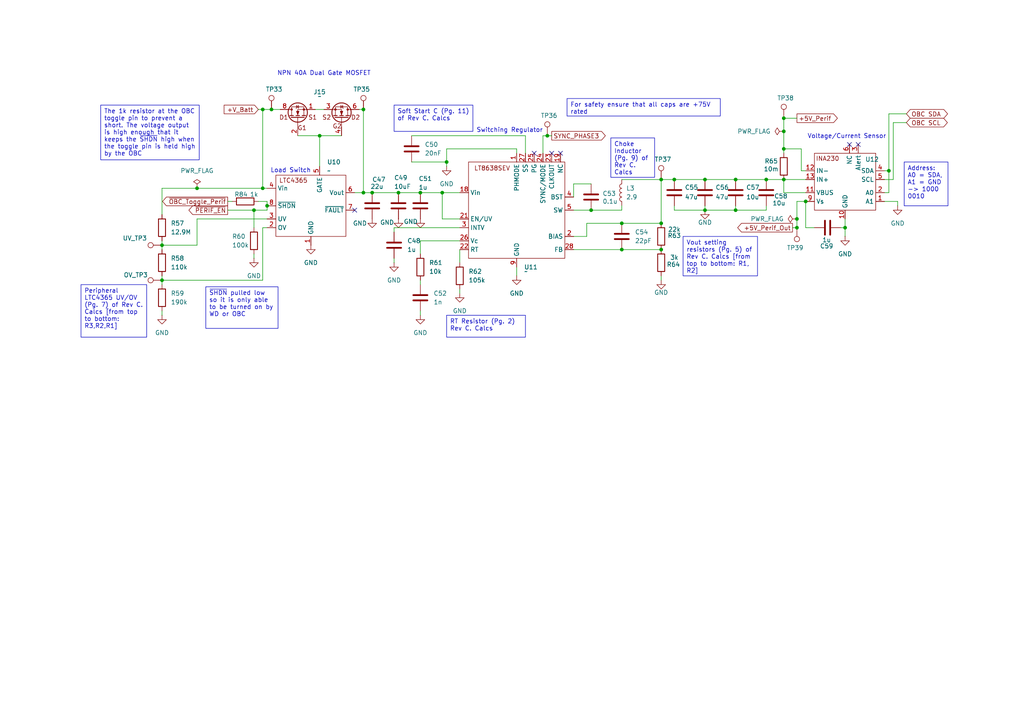
<source format=kicad_sch>
(kicad_sch (version 20250114) (generator "eeschema") (generator_version "9.0")
  (paper "A4")
  (lib_symbols
    (symbol "Connector:TestPoint" (pin_numbers (hide yes)) (pin_names (offset 0.762) (hide yes))
      (property "Reference" "TP" (at 0 6.858 0))
      (property "Value" "TestPoint" (at 0 5.08 0))
      (symbol "TestPoint_0_1"
        (circle (center 0 3.302) (radius 0.762))
      )
      (symbol "TestPoint_1_1"
        (pin passive line (at 0 0 90) (length 2.54) (name "1") (number "1"))
      )
    )
    (symbol "Device:C" (pin_numbers (hide yes)) (pin_names (offset 0.254))
      (property "Reference" "C" (at 0.635 2.54 0))
      (property "Value" "C" (at 0.635 -2.54 0))
      (symbol "C_0_1"
        (polyline (pts (xy -2.032 0.762) (xy 2.032 0.762)) (stroke (width 0.508)))
        (polyline (pts (xy -2.032 -0.762) (xy 2.032 -0.762)) (stroke (width 0.508)))
      )
      (symbol "C_1_1"
        (pin passive line (at 0 3.81 270) (length 2.794) (name "~") (number "1"))
        (pin passive line (at 0 -3.81 90) (length 2.794) (name "~") (number "2"))
      )
    )
    (symbol "Device:L" (pin_numbers (hide yes)) (pin_names (offset 1.016) (hide yes))
      (property "Reference" "L" (at -1.27 0 90))
      (property "Value" "L" (at 1.905 0 90))
      (symbol "L_0_1"
        (arc (start 0 2.54) (mid 0.6323 1.905) (end 0 1.27))
        (arc (start 0 1.27) (mid 0.6323 0.635) (end 0 0))
        (arc (start 0 0) (mid 0.6323 -0.635) (end 0 -1.27))
        (arc (start 0 -1.27) (mid 0.6323 -1.905) (end 0 -2.54))
      )
      (symbol "L_1_1"
        (pin passive line (at 0 3.81 270) (length 1.27) (name "1") (number "1"))
        (pin passive line (at 0 -3.81 90) (length 1.27) (name "2") (number "2"))
      )
    )
    (symbol "Device:R" (pin_numbers (hide yes)) (pin_names (offset 0))
      (property "Reference" "R" (at 2.032 0 90))
      (property "Value" "R" (at 0 0 90))
      (symbol "R_0_1"
        (rectangle (start -1.016 -2.54) (end 1.016 2.54) (stroke (width 0.254)))
      )
      (symbol "R_1_1"
        (pin passive line (at 0 3.81 270) (length 1.27) (name "~") (number "1"))
        (pin passive line (at 0 -3.81 90) (length 1.27) (name "~") (number "2"))
      )
    )
    (symbol "INA230:INA230 [RGT PACKAGE]"
      (property "Reference" "U" (at 7.62 7.62 0))
      (property "Value" "INA230" (at 0 0 0))
      (symbol "INA230 [RGT PACKAGE]_0_1"
        (rectangle (start -8.89 8.89) (end 8.89 -7.62))
      )
      (symbol "INA230 [RGT PACKAGE]_1_1"
        (text "INA230" (at -5.08 7.366 0) (effects (font (size 1.27 1.27))))
        (pin input line (at -11.43 3.81 0) (length 2.54) (name "IN-") (number "12"))
        (pin input line (at -11.43 1.27 0) (length 2.54) (name "IN+") (number "13"))
        (pin input line (at -11.43 -2.54 0) (length 2.54) (name "VBUS") (number "11"))
        (pin power_in line (at -11.43 -5.08 0) (length 2.54) (name "Vs") (number "9"))
        (pin power_in line (at 0 -10.16 90) (length 2.54) (name "GND") (number "10"))
        (pin passive line (at 1.27 11.43 270) (length 2.54) (name "NC") (number "6"))
        (pin output line (at 3.81 11.43 270) (length 2.54) (name "Alert") (number "3"))
        (pin bidirectional line (at 11.43 3.81 180) (length 2.54) (name "SDA") (number "4"))
        (pin bidirectional line (at 11.43 1.27 180) (length 2.54) (name "SCL") (number "5"))
        (pin input line (at 11.43 -2.54 180) (length 2.54) (name "A0") (number "2"))
        (pin input line (at 11.43 -5.08 180) (length 2.54) (name "A1") (number "1"))
      )
    )
    (symbol "LT8638SEV#PBF:LT863SEV#PBF"
      (property "Reference" "U" (at 12.954 -2.286 0))
      (symbol "LT863SEV#PBF_0_1"
        (rectangle (start -13.97 15.24) (end 13.97 -12.7))
      )
      (symbol "LT863SEV#PBF_1_1"
        (text "LT8638SEV\n" (at -7.112 13.462 0) (effects (font (size 1.27 1.27))))
        (pin power_in line (at -16.51 6.35 0) (length 2.54) (name "Vin") (number "18"))
        (pin input line (at -16.51 -1.27 0) (length 2.54) (name "EN/UV") (number "21"))
        (pin input line (at -16.51 -3.81 0) (length 2.54) (name "INTV") (number "3"))
        (pin input line (at -16.51 -7.62 0) (length 2.54) (name "Vc") (number "26"))
        (pin passive line (at -16.51 -10.16 0) (length 2.54) (name "RT") (number "22"))
        (pin passive line (at 0 17.78 270) (length 2.54) (name "PHMODE") (number "1"))
        (pin power_in line (at 0 -15.24 90) (length 2.54) (name "GND") (number "9"))
        (pin passive line (at 2.54 17.78 270) (length 2.54) (name "SS") (number "27"))
        (pin passive line (at 5.08 17.78 270) (length 2.54) (name "PG") (number "25"))
        (pin passive line (at 7.62 17.78 270) (length 2.54) (name "SYNC/MODE") (number "24"))
        (pin passive line (at 10.16 17.78 270) (length 2.54) (name "CLKOUT") (number "23"))
        (pin passive line (at 12.7 17.78 270) (length 2.54) (name "NC") (number "19"))
        (pin power_out line (at 16.51 5.08 180) (length 2.54) (name "BST") (number "4"))
        (pin power_out line (at 16.51 1.27 180) (length 2.54) (name "SW") (number "5"))
        (pin power_out line (at 16.51 -6.35 180) (length 2.54) (name "BIAS") (number "2"))
        (pin power_out line (at 16.51 -10.16 180) (length 2.54) (name "FB") (number "28"))
      )
    )
    (symbol "LTC4365:LTC4365"
      (property "Reference" "U" (at 7.874 -7.874 0))
      (symbol "LTC4365_0_1"
        (rectangle (start -11.43 8.89) (end 8.89 -8.89))
      )
      (symbol "LTC4365_1_1"
        (text "LTC4365\n" (at -6.35 7.366 0) (effects (font (size 1.27 1.27))))
        (pin power_in line (at -13.97 5.08 0) (length 2.54) (name "Vin") (number "4"))
        (pin passive line (at -13.97 0 0) (length 2.54) (name "~{SHDN}") (number "8"))
        (pin input line (at -13.97 -3.81 0) (length 2.54) (name "UV") (number "3"))
        (pin input line (at -13.97 -6.35 0) (length 2.54) (name "OV") (number "2"))
        (pin power_in line (at -1.27 -11.43 90) (length 2.54) (name "GND") (number "1"))
        (pin output line (at 1.27 11.43 270) (length 2.54) (name "GATE") (number "5"))
        (pin power_out line (at 11.43 3.81 180) (length 2.54) (name "Vout") (number "6"))
        (pin output line (at 11.43 -1.27 180) (length 2.54) (name "~{FAULT}") (number "7"))
      )
    )
    (symbol "SISB46DN:SISB46DN"
      (symbol "SISB46DN_0_1"
        (polyline (pts (xy -8.89 1.27) (xy -8.128 1.27)))
        (polyline (pts (xy -8.636 -0.508) (xy -7.62 -0.508)) (stroke (width 0.254)))
        (polyline (pts (xy -8.255 -1.016) (xy -4.445 -1.016)) (stroke (width 0.254)))
        (circle (center -8.128 1.27) (radius 0.254) (fill (type outline)))
        (polyline (pts (xy -6.858 1.524) (xy -6.731 1.651) (xy -6.731 2.413) (xy -6.604 2.54)))
        (polyline (pts (xy -6.858 -0.508) (xy -5.842 -0.508)) (stroke (width 0.254)))
        (polyline (pts (xy -6.731 2.032) (xy -6.096 1.651) (xy -6.096 2.413) (xy -6.731 2.032)))
        (circle (center -6.35 0.381) (radius 2.794) (stroke (width 0.254)))
        (polyline (pts (xy -6.35 -0.254) (xy -6.731 0.762) (xy -5.969 0.762) (xy -6.35 -0.254)) (fill (type outline)))
        (polyline (pts (xy -6.35 -1.016) (xy -6.35 -3.81)))
        (polyline (pts (xy -5.08 -0.508) (xy -4.064 -0.508)) (stroke (width 0.254)))
        (circle (center -4.572 1.27) (radius 0.254) (fill (type outline)))
        (polyline (pts (xy -4.572 -0.508) (xy -4.572 2.032) (xy -8.128 2.032) (xy -8.128 -0.508)))
        (polyline (pts (xy -3.81 1.27) (xy -6.35 1.27) (xy -6.35 -0.508)))
        (polyline (pts (xy 3.81 1.27) (xy 6.35 1.27) (xy 6.35 -0.508)))
        (circle (center 4.572 1.27) (radius 0.254) (fill (type outline)))
        (polyline (pts (xy 4.572 -0.508) (xy 4.572 2.032) (xy 8.128 2.032) (xy 8.128 -0.508)))
        (polyline (pts (xy 5.08 -0.508) (xy 4.064 -0.508)) (stroke (width 0.254)))
        (circle (center 6.35 0.381) (radius 2.794) (stroke (width 0.254)))
        (polyline (pts (xy 6.35 -0.254) (xy 6.731 0.762) (xy 5.969 0.762) (xy 6.35 -0.254)) (fill (type outline)))
        (polyline (pts (xy 6.35 -1.016) (xy 6.35 -3.81)))
        (polyline (pts (xy 6.731 2.032) (xy 6.096 1.651) (xy 6.096 2.413) (xy 6.731 2.032)))
        (polyline (pts (xy 6.858 1.524) (xy 6.731 1.651) (xy 6.731 2.413) (xy 6.604 2.54)))
        (polyline (pts (xy 6.858 -0.508) (xy 5.842 -0.508)) (stroke (width 0.254)))
        (circle (center 8.128 1.27) (radius 0.254) (fill (type outline)))
        (polyline (pts (xy 8.255 -1.016) (xy 4.445 -1.016)) (stroke (width 0.254)))
        (polyline (pts (xy 8.636 -0.508) (xy 7.62 -0.508)) (stroke (width 0.254)))
        (polyline (pts (xy 8.89 1.27) (xy 8.128 1.27)))
      )
      (symbol "SISB46DN_1_1"
        (text "D1" (at -10.414 -1.016 0) (effects (font (size 1.27 1.27))))
        (text "G1" (at -5.08 -4.064 0) (effects (font (size 1.27 1.27))))
        (text "S1" (at -2.032 -1.016 0) (effects (font (size 1.27 1.27))))
        (text "S2" (at 2.032 -1.016 0) (effects (font (size 1.27 1.27))))
        (text "G2" (at 5.08 -3.556 0) (effects (font (size 1.27 1.27))))
        (text "D2" (at 10.414 -1.016 0) (effects (font (size 1.27 1.27))))
        (pin passive line (at -11.43 1.27 0) (length 2.54) (hide yes) (name "") (number "7"))
        (pin passive line (at -11.43 1.27 0) (length 2.54) (name "") (number "8"))
        (pin input line (at -6.35 -6.35 90) (length 2.54) (name "") (number "2"))
        (pin passive line (at -1.27 1.27 180) (length 2.54) (name "") (number "1"))
        (pin passive line (at 1.27 1.27 0) (length 2.54) (name "") (number "3"))
        (pin input line (at 6.35 -6.35 90) (length 2.54) (name "") (number "4"))
        (pin passive line (at 11.43 1.27 180) (length 2.54) (hide yes) (name "") (number "5"))
        (pin passive line (at 11.43 1.27 180) (length 2.54) (name "") (number "6"))
      )
    )
    (symbol "power:GND" (power) (pin_numbers (hide yes)) (pin_names (offset 0) (hide yes))
      (property "Value" "GND" (at 0 -3.81 0))
      (symbol "GND_0_1"
        (polyline (pts (xy 0 0) (xy 0 -1.27) (xy 1.27 -1.27) (xy 0 -2.54) (xy -1.27 -1.27) (xy 0 -1.27)))
      )
      (symbol "GND_1_1"
        (pin power_in line (at 0 0 270) (length 0) (name "~") (number "1"))
      )
    )
    (symbol "power:PWR_FLAG" (power) (pin_numbers (hide yes)) (pin_names (offset 0) (hide yes))
      (property "Value" "PWR_FLAG" (at 0 3.81 0))
      (symbol "PWR_FLAG_0_0"
        (pin power_out line (at 0 0 90) (length 0) (name "~") (number "1"))
      )
      (symbol "PWR_FLAG_0_1"
        (polyline (pts (xy 0 0) (xy 0 1.27) (xy -1.016 1.905) (xy 0 2.54) (xy 1.016 1.905) (xy 0 1.27)))
      )
    )
  )
  (text "Voltage/Current Sensor" (at 245.618 39.624 0) (effects (font (size 1.27 1.27))))
  (text "NPN 40A Dual Gate MOSFET" (at 93.98 21.336 0) (effects (font (size 1.27 1.27))))
  (text "Load Switch" (at 84.328 49.53 0) (effects (font (size 1.27 1.27))))
  (text "Switching Regulator" (at 147.828 37.846 0) (effects (font (size 1.27 1.27))))
  (text_box "Vout setting resistors (Pg. 5) of Rev C. Calcs [from top to bottom: R1, R2]" (at 198.12 68.58 0) (size 21.59 11.43) (margins 0.9525 0.9525 0.9525 0.9525) (effects (font (size 1.27 1.27)) (justify left top)))
  (text_box "Peripheral LTC4365 UV/OV (Pg. 7) of Rev C. Calcs [from top to bottom: R3,R2,R1]" (at 23.495 82.55 0) (size 19.05 15.24) (margins 0.9525 0.9525 0.9525 0.9525) (effects (font (size 1.27 1.27)) (justify left top)))
  (text_box "The 1k resistor at the OBC toggle pin to prevent a short. The voltage output is high enough that it keeps the ~{SHDN} high when the toggle pin is held high by the OBC" (at 29.21 30.48 0) (size 28.575 15.875) (margins 0.9525 0.9525 0.9525 0.9525) (effects (font (size 1.27 1.27)) (justify left top)))
  (text_box "RT Resistor (Pg. 2) Rev C. Calcs" (at 129.54 91.44 0) (size 22.86 6.35) (margins 0.9525 0.9525 0.9525 0.9525) (effects (font (size 1.27 1.27)) (justify left top)))
  (text_box "Soft Start C (Pg. 11) of Rev C. Calcs" (at 114.3 30.48 0) (size 22.86 7.62) (margins 0.9525 0.9525 0.9525 0.9525) (effects (font (size 1.27 1.27)) (justify left top)))
  (text_box "Choke Inductor (Pg. 9) of Rev C. Calcs" (at 177.165 40.005 0) (size 12.7 11.43) (margins 0.9525 0.9525 0.9525 0.9525) (effects (font (size 1.27 1.27)) (justify left top)))
  (text_box "~{SHDN} pulled low so it is only able to be turned on by WD or OBC" (at 59.69 83.185 0) (size 20.955 12.065) (margins 0.9525 0.9525 0.9525 0.9525) (effects (font (size 1.27 1.27)) (justify left top)))
  (text_box "For safety ensure that all caps are +75V rated" (at 164.465 28.575 0) (size 44.45 5.08) (margins 0.9525 0.9525 0.9525 0.9525) (effects (font (size 1.27 1.27)) (justify left top)))
  (text_box "Address: A0 = SDA, A1 = GND -> 1000 0010\n\n" (at 262.255 46.99 0) (size 12.7 12.7) (margins 0.9525 0.9525 0.9525 0.9525) (effects (font (size 1.27 1.27)) (justify left top)))
  (junction (at 46.99 71.12))
  (junction (at 222.25 52.07))
  (junction (at 204.47 60.96))
  (junction (at 129.54 46.99))
  (junction (at 92.71 39.37))
  (junction (at 121.92 55.88))
  (junction (at 158.75 39.37))
  (junction (at 171.45 60.96))
  (junction (at 191.77 72.39))
  (junction (at 233.68 58.42))
  (junction (at 245.11 66.04))
  (junction (at 57.15 54.61))
  (junction (at 180.34 72.39))
  (junction (at 231.14 66.04))
  (junction (at 231.14 63.5))
  (junction (at 73.66 60.96))
  (junction (at 107.95 55.88))
  (junction (at 128.27 55.88))
  (junction (at 76.2 54.61))
  (junction (at 191.77 64.77))
  (junction (at 78.74 31.75))
  (junction (at 227.33 43.18))
  (junction (at 105.41 55.88))
  (junction (at 227.33 34.29))
  (junction (at 191.77 52.07))
  (junction (at 195.58 52.07))
  (junction (at 204.47 52.07))
  (junction (at 180.34 64.77))
  (junction (at 76.2 31.75))
  (junction (at 213.36 52.07))
  (junction (at 46.99 81.28))
  (junction (at 105.41 31.75))
  (junction (at 115.57 55.88))
  (junction (at 213.36 60.96))
  (junction (at 257.81 49.53))
  (junction (at 77.47 59.69))
  (junction (at 227.33 52.07))
  (junction (at 227.33 38.1))
  (no_connect (at 162.56 44.45))
  (no_connect (at 102.87 60.96))
  (no_connect (at 248.92 41.91))
  (no_connect (at 154.94 44.45))
  (no_connect (at 160.02 44.45))
  (no_connect (at 246.38 41.91))
  (wire (pts (xy 104.14 31.75) (xy 105.41 31.75)))
  (wire (pts (xy 191.77 52.07) (xy 195.58 52.07)))
  (wire (pts (xy 115.57 55.88) (xy 121.92 55.88)))
  (wire (pts (xy 232.41 43.18) (xy 232.41 49.53)))
  (wire (pts (xy 195.58 52.07) (xy 204.47 52.07)))
  (wire (pts (xy 204.47 52.07) (xy 213.36 52.07)))
  (wire (pts (xy 46.99 69.85) (xy 46.99 71.12)))
  (wire (pts (xy 180.34 72.39) (xy 191.77 72.39)))
  (wire (pts (xy 46.99 54.61) (xy 46.99 62.23)))
  (wire (pts (xy 121.92 90.17) (xy 121.92 91.44)))
  (wire (pts (xy 191.77 52.07) (xy 191.77 64.77)))
  (wire (pts (xy 46.99 80.01) (xy 46.99 81.28)))
  (wire (pts (xy 66.04 58.42) (xy 67.31 58.42)))
  (wire (pts (xy 227.33 52.07) (xy 227.33 55.88)))
  (wire (pts (xy 66.04 60.96) (xy 73.66 60.96)))
  (wire (pts (xy 166.37 53.34) (xy 171.45 53.34)))
  (wire (pts (xy 243.84 66.04) (xy 245.11 66.04)))
  (wire (pts (xy 227.33 43.18) (xy 232.41 43.18)))
  (wire (pts (xy 73.66 60.96) (xy 73.66 66.04)))
  (wire (pts (xy 128.27 55.88) (xy 133.35 55.88)))
  (wire (pts (xy 166.37 68.58) (xy 170.18 68.58)))
  (wire (pts (xy 195.58 60.96) (xy 204.47 60.96)))
  (wire (pts (xy 160.02 39.37) (xy 158.75 39.37)))
  (wire (pts (xy 149.86 43.18) (xy 129.54 43.18)))
  (wire (pts (xy 76.2 81.28) (xy 76.2 66.04)))
  (wire (pts (xy 195.58 59.69) (xy 195.58 60.96)))
  (wire (pts (xy 149.86 43.18) (xy 149.86 44.45)))
  (wire (pts (xy 191.77 81.28) (xy 191.77 80.01)))
  (wire (pts (xy 222.25 60.96) (xy 222.25 59.69)))
  (wire (pts (xy 158.75 39.37) (xy 157.48 39.37)))
  (wire (pts (xy 233.68 66.04) (xy 236.22 66.04)))
  (wire (pts (xy 46.99 81.28) (xy 46.99 82.55)))
  (wire (pts (xy 231.14 63.5) (xy 231.14 58.42)))
  (wire (pts (xy 166.37 72.39) (xy 180.34 72.39)))
  (wire (pts (xy 121.92 81.28) (xy 121.92 82.55)))
  (wire (pts (xy 231.14 58.42) (xy 233.68 58.42)))
  (wire (pts (xy 74.93 58.42) (xy 77.47 58.42)))
  (wire (pts (xy 222.25 52.07) (xy 227.33 52.07)))
  (wire (pts (xy 227.33 38.1) (xy 227.33 34.29)))
  (wire (pts (xy 213.36 52.07) (xy 222.25 52.07)))
  (wire (pts (xy 245.11 68.58) (xy 245.11 66.04)))
  (wire (pts (xy 73.66 60.96) (xy 77.47 60.96)))
  (wire (pts (xy 46.99 54.61) (xy 57.15 54.61)))
  (wire (pts (xy 46.99 90.17) (xy 46.99 91.44)))
  (wire (pts (xy 105.41 55.88) (xy 107.95 55.88)))
  (wire (pts (xy 257.81 33.02) (xy 262.89 33.02)))
  (wire (pts (xy 129.54 43.18) (xy 129.54 46.99)))
  (wire (pts (xy 133.35 63.5) (xy 128.27 63.5)))
  (wire (pts (xy 46.99 71.12) (xy 57.15 71.12)))
  (wire (pts (xy 57.15 63.5) (xy 57.15 71.12)))
  (wire (pts (xy 166.37 57.15) (xy 166.37 53.34)))
  (wire (pts (xy 152.4 44.45) (xy 152.4 39.37)))
  (wire (pts (xy 170.18 64.77) (xy 180.34 64.77)))
  (wire (pts (xy 227.33 55.88) (xy 233.68 55.88)))
  (wire (pts (xy 121.92 69.85) (xy 121.92 73.66)))
  (wire (pts (xy 92.71 39.37) (xy 92.71 48.26)))
  (wire (pts (xy 256.54 58.42) (xy 260.35 58.42)))
  (wire (pts (xy 256.54 49.53) (xy 257.81 49.53)))
  (wire (pts (xy 91.44 31.75) (xy 93.98 31.75)))
  (wire (pts (xy 129.54 48.26) (xy 129.54 46.99)))
  (wire (pts (xy 133.35 83.82) (xy 133.35 85.09)))
  (wire (pts (xy 133.35 69.85) (xy 121.92 69.85)))
  (wire (pts (xy 245.11 66.04) (xy 245.11 63.5)))
  (wire (pts (xy 107.95 55.88) (xy 115.57 55.88)))
  (wire (pts (xy 46.99 71.12) (xy 46.99 72.39)))
  (wire (pts (xy 152.4 39.37) (xy 119.38 39.37)))
  (wire (pts (xy 257.81 55.88) (xy 257.81 49.53)))
  (wire (pts (xy 149.86 77.47) (xy 149.86 80.01)))
  (wire (pts (xy 121.92 55.88) (xy 128.27 55.88)))
  (wire (pts (xy 204.47 60.96) (xy 213.36 60.96)))
  (wire (pts (xy 114.3 67.31) (xy 114.3 66.04)))
  (wire (pts (xy 227.33 34.29) (xy 231.14 34.29)))
  (wire (pts (xy 259.08 52.07) (xy 259.08 35.56)))
  (wire (pts (xy 92.71 39.37) (xy 99.06 39.37)))
  (wire (pts (xy 76.2 54.61) (xy 76.2 31.75)))
  (wire (pts (xy 229.87 66.04) (xy 231.14 66.04)))
  (wire (pts (xy 180.34 60.96) (xy 180.34 59.69)))
  (wire (pts (xy 171.45 60.96) (xy 180.34 60.96)))
  (wire (pts (xy 77.47 58.42) (xy 77.47 59.69)))
  (wire (pts (xy 76.2 66.04) (xy 77.47 66.04)))
  (wire (pts (xy 73.66 73.66) (xy 73.66 74.93)))
  (wire (pts (xy 166.37 60.96) (xy 171.45 60.96)))
  (wire (pts (xy 77.47 60.96) (xy 77.47 59.69)))
  (wire (pts (xy 256.54 55.88) (xy 257.81 55.88)))
  (wire (pts (xy 114.3 66.04) (xy 133.35 66.04)))
  (wire (pts (xy 231.14 66.04) (xy 231.14 63.5)))
  (wire (pts (xy 57.15 63.5) (xy 77.47 63.5)))
  (wire (pts (xy 114.3 74.93) (xy 114.3 76.2)))
  (wire (pts (xy 105.41 31.75) (xy 105.41 55.88)))
  (wire (pts (xy 133.35 72.39) (xy 133.35 76.2)))
  (wire (pts (xy 213.36 60.96) (xy 222.25 60.96)))
  (wire (pts (xy 102.87 55.88) (xy 105.41 55.88)))
  (wire (pts (xy 86.36 39.37) (xy 92.71 39.37)))
  (wire (pts (xy 76.2 54.61) (xy 77.47 54.61)))
  (wire (pts (xy 57.15 54.61) (xy 76.2 54.61)))
  (wire (pts (xy 256.54 52.07) (xy 259.08 52.07)))
  (wire (pts (xy 227.33 43.18) (xy 227.33 44.45)))
  (wire (pts (xy 233.68 58.42) (xy 233.68 66.04)))
  (wire (pts (xy 227.33 43.18) (xy 227.33 38.1)))
  (wire (pts (xy 213.36 59.69) (xy 213.36 60.96)))
  (wire (pts (xy 204.47 59.69) (xy 204.47 60.96)))
  (wire (pts (xy 78.74 31.75) (xy 81.28 31.75)))
  (wire (pts (xy 259.08 35.56) (xy 262.89 35.56)))
  (wire (pts (xy 191.77 52.07) (xy 180.34 52.07)))
  (wire (pts (xy 257.81 49.53) (xy 257.81 33.02)))
  (wire (pts (xy 74.93 31.75) (xy 76.2 31.75)))
  (wire (pts (xy 157.48 39.37) (xy 157.48 44.45)))
  (wire (pts (xy 170.18 64.77) (xy 170.18 68.58)))
  (wire (pts (xy 76.2 31.75) (xy 78.74 31.75)))
  (wire (pts (xy 232.41 49.53) (xy 233.68 49.53)))
  (wire (pts (xy 46.99 81.28) (xy 76.2 81.28)))
  (wire (pts (xy 227.33 52.07) (xy 233.68 52.07)))
  (wire (pts (xy 260.35 58.42) (xy 260.35 59.69)))
  (wire (pts (xy 119.38 46.99) (xy 129.54 46.99)))
  (wire (pts (xy 180.34 64.77) (xy 191.77 64.77)))
  (wire (pts (xy 128.27 63.5) (xy 128.27 55.88)))
  (global_label "~{OBC_Toggle_Perif}" (shape output) (at 66.04 58.42 180) (property "Intersheetrefs" "${INTERSHEET_REFS}" (effects (hide yes))))
  (global_label "OBC SDA" (shape bidirectional) (at 262.89 33.02 0) (property "Intersheetrefs" "${INTERSHEET_REFS}" (effects (hide yes))))
  (global_label "~{PERIF_EN}" (shape output) (at 66.04 60.96 180) (property "Intersheetrefs" "${INTERSHEET_REFS}" (effects (hide yes))))
  (global_label "+5V_Perif_Out" (shape output) (at 229.87 66.04 180) (property "Intersheetrefs" "${INTERSHEET_REFS}" (effects (hide yes))))
  (global_label "OBC SCL" (shape bidirectional) (at 262.89 35.56 0) (property "Intersheetrefs" "${INTERSHEET_REFS}" (effects (hide yes))))
  (global_label "+5V_Perif" (shape output) (at 231.14 34.29 0) (property "Intersheetrefs" "${INTERSHEET_REFS}" (effects (hide yes))))
  (global_label "SYNC_PHASE3" (shape output) (at 160.02 39.37 0) (property "Intersheetrefs" "${INTERSHEET_REFS}" (effects (hide yes))))
  (global_label "+V_Batt" (shape input) (at 74.93 31.75 180) (property "Intersheetrefs" "${INTERSHEET_REFS}" (effects (hide yes))))
  (symbol (lib_id "Device:R") (at 73.66 69.85 0) (unit 1)
    (property "Reference" "R60" (at 67.31 68.58 0) (effects (justify left)))
    (property "Value" "100k" (at 67.31 71.12 0) (effects (justify left)))
    (property "Footprint" "Resistor_SMD:R_0603_1608Metric" (effects (hide yes)))
    (property "Description" "Resistor" (effects (hide yes)))
  )
  (symbol (lib_id "power:GND") (at 149.86 80.01 0) (unit 1)
    (property "Reference" "#PWR070" (effects (hide yes)))
    (property "Value" "GND" (at 149.86 85.09 0))
    (property "Description" "Power symbol creates a global label with name \"GND\" , ground" (effects (hide yes)))
  )
  (symbol (lib_id "power:GND") (at 107.95 63.5 0) (unit 1)
    (property "Reference" "#PWR063" (effects (hide yes)))
    (property "Value" "GND" (at 104.394 64.77 0))
    (property "Description" "Power symbol creates a global label with name \"GND\" , ground" (effects (hide yes)))
  )
  (symbol (lib_id "Device:C") (at 121.92 86.36 0) (unit 1)
    (property "Reference" "C52" (at 125.73 85.0899 0) (effects (justify left)))
    (property "Value" "1n" (at 125.73 87.6299 0) (effects (justify left)))
    (property "Footprint" "Capacitor_SMD:C_1210_3225Metric" (effects (hide yes)))
    (property "Description" "Unpolarized capacitor" (effects (hide yes)))
  )
  (symbol (lib_id "power:GND") (at 191.77 81.28 0) (unit 1)
    (property "Reference" "#PWR071" (effects (hide yes)))
    (property "Value" "GND" (at 191.77 84.836 0))
    (property "Description" "Power symbol creates a global label with name \"GND\" , ground" (effects (hide yes)))
  )
  (symbol (lib_id "Device:R") (at 227.33 48.26 0) (unit 1)
    (property "Reference" "R65" (at 221.742 46.736 0) (effects (justify left)))
    (property "Value" "10m" (at 221.488 49.022 0) (effects (justify left)))
    (property "Footprint" "Resistor_SMD:R_0603_1608Metric" (effects (hide yes)))
    (property "Description" "Resistor" (effects (hide yes)))
  )
  (symbol (lib_id "Device:R") (at 46.99 66.04 0) (unit 1)
    (property "Reference" "R57" (at 49.53 64.7699 0) (effects (justify left)))
    (property "Value" "12.9M" (at 49.53 67.3099 0) (effects (justify left)))
    (property "Footprint" "Resistor_SMD:R_0603_1608Metric" (effects (hide yes)))
    (property "Description" "Resistor" (effects (hide yes)))
  )
  (symbol (lib_id "Device:R") (at 46.99 86.36 0) (unit 1)
    (property "Reference" "R59" (at 49.53 85.0899 0) (effects (justify left)))
    (property "Value" "190k" (at 49.53 87.6299 0) (effects (justify left)))
    (property "Footprint" "Resistor_SMD:R_0603_1608Metric" (effects (hide yes)))
    (property "Description" "Resistor" (effects (hide yes)))
  )
  (symbol (lib_id "power:GND") (at 129.54 48.26 0) (unit 1)
    (property "Reference" "#PWR068" (effects (hide yes)))
    (property "Value" "GND" (at 129.54 53.34 0))
    (property "Description" "Power symbol creates a global label with name \"GND\" , ground" (effects (hide yes)))
  )
  (symbol (lib_id "Device:R") (at 133.35 80.01 0) (unit 1)
    (property "Reference" "R62" (at 135.89 78.7399 0) (effects (justify left)))
    (property "Value" "105k" (at 135.89 81.2799 0) (effects (justify left)))
    (property "Footprint" "Resistor_SMD:R_0603_1608Metric" (effects (hide yes)))
    (property "Description" "Resistor" (effects (hide yes)))
  )
  (symbol (lib_id "Connector:TestPoint") (at 227.33 34.29 0) (unit 1)
    (property "Reference" "TP38" (at 227.838 28.448 0))
    (property "Value" "TestPoint" (effects (hide yes)))
    (property "Footprint" "TestPoint:TestPoint_Pad_1.0x1.0mm" (effects (hide yes)))
    (property "Description" "test point" (effects (hide yes)))
  )
  (symbol (lib_id "LTC4365:LTC4365") (at 91.44 59.69 0) (unit 1)
    (property "Reference" "U10" (at 94.8533 46.99 0) (effects (justify left)))
    (property "Value" "~" (at 94.8533 49.53 0) (effects (justify left)))
    (property "Footprint" "RevC Footprints:LTC4365" (effects (hide yes)))
    (property "Datasheet" "https://www.analog.com/media/en/technical-documentation/data-sheets/LTC4365.pdf" (effects (hide yes)))
    (property "Description" "Overvoltage, Undervoltage and Reverse Supply Protection Controller" (effects (hide yes)))
  )
  (symbol (lib_id "Device:C") (at 195.58 55.88 0) (unit 1)
    (property "Reference" "C55" (at 198.628 54.356 0) (effects (justify left)))
    (property "Value" "47u" (at 198.628 57.15 0) (effects (justify left)))
    (property "Footprint" "Capacitor_SMD:C_1210_3225Metric" (effects (hide yes)))
    (property "Description" "Unpolarized capacitor" (effects (hide yes)))
  )
  (symbol (lib_id "Device:L") (at 180.34 55.88 180) (unit 1)
    (property "Reference" "L3" (at 181.61 54.6099 0) (effects (justify right)))
    (property "Value" "2.9" (at 181.61 57.1499 0) (effects (justify right)))
    (property "Footprint" "RevC Footprints:XEL6030102MEC" (effects (hide yes)))
    (property "Datasheet" "https://www.coilcraft.com/en-us/products/power/shielded-inductors/molded-inductor/xel/xel6030/?srsltid=AfmBOoqxe6hS-AVIr3woqGFRZjt3QaXyQi86MwGE0zvqKz2AENsjz4RA" (effects (hide yes)))
    (property "Description" "Coilcraft XEL6030-102 Power Inductor" (effects (hide yes)))
  )
  (symbol (lib_id "Device:C") (at 222.25 55.88 0) (unit 1)
    (property "Reference" "C58" (at 224.536 56.896 0) (effects (justify left)))
    (property "Value" "10u" (at 224.028 58.928 0) (effects (justify left)))
    (property "Footprint" "Capacitor_SMD:C_1210_3225Metric" (effects (hide yes)))
    (property "Description" "Unpolarized capacitor" (effects (hide yes)))
  )
  (symbol (lib_id "SISB46DN:SISB46DN") (at 92.71 33.02 0) (unit 1)
    (property "Reference" "J15" (at 92.71 26.67 0))
    (property "Value" "~" (at 92.71 27.94 0))
    (property "Footprint" "RevC Footprints:SISB46DN-T1-GE3" (effects (hide yes)))
    (property "Datasheet" "https://www.vishay.com/docs/76655/sisb46dn.pdf" (effects (hide yes)))
    (property "Description" "Dual N-Channel 40V (D-S) MOSFET" (effects (hide yes)))
  )
  (symbol (lib_id "power:GND") (at 121.92 63.5 0) (unit 1)
    (property "Reference" "#PWR066" (effects (hide yes)))
    (property "Value" "GND" (at 119.126 64.262 0))
    (property "Description" "Power symbol creates a global label with name \"GND\" , ground" (effects (hide yes)))
  )
  (symbol (lib_id "Connector:TestPoint") (at 46.99 81.28 90) (unit 1)
    (property "Reference" "OV_TP3" (at 39.37 79.756 90))
    (property "Value" "TestPoint" (effects (hide yes)))
    (property "Footprint" "TestPoint:TestPoint_Pad_1.0x1.0mm" (effects (hide yes)))
    (property "Description" "test point" (effects (hide yes)))
  )
  (symbol (lib_id "Device:C") (at 119.38 43.18 0) (unit 1)
    (property "Reference" "C50" (at 123.19 41.9099 0) (effects (justify left)))
    (property "Value" "20nF" (at 123.19 44.4499 0) (effects (justify left)))
    (property "Footprint" "Capacitor_SMD:C_1210_3225Metric" (effects (hide yes)))
    (property "Description" "Unpolarized capacitor" (effects (hide yes)))
  )
  (symbol (lib_id "Device:R") (at 71.12 58.42 90) (unit 1)
    (property "Reference" "R84" (at 71.882 56.388 90) (effects (justify left)))
    (property "Value" "1k" (at 74.93 56.388 90) (effects (justify left)))
    (property "Footprint" "Resistor_SMD:R_0603_1608Metric" (effects (hide yes)))
    (property "Description" "Resistor" (effects (hide yes)))
  )
  (symbol (lib_id "LT8638SEV#PBF:LT863SEV#PBF") (at 149.86 62.23 0) (unit 1)
    (property "Reference" "U11" (at 152.0033 77.47 0) (effects (justify left)))
    (property "Value" "~" (at 152.0033 78.74 0) (effects (justify left)))
    (property "Footprint" "RevC Footprints:LT8638SEVPBF" (effects (hide yes)))
    (property "Datasheet" "https://www.mouser.com/datasheet/2/609/lt8638s-2301712.pdf" (effects (hide yes)))
    (property "Description" "42V, 10A/12A Peak Synchronous Step-Down Silent Switcher 2" (effects (hide yes)))
  )
  (symbol (lib_id "power:GND") (at 114.3 76.2 0) (unit 1)
    (property "Reference" "#PWR064" (effects (hide yes)))
    (property "Value" "GND" (at 114.3 81.28 0))
    (property "Description" "Power symbol creates a global label with name \"GND\" , ground" (effects (hide yes)))
  )
  (symbol (lib_id "power:PWR_FLAG") (at 231.14 63.5 90) (unit 1)
    (property "Reference" "#FLG013" (effects (hide yes)))
    (property "Value" "PWR_FLAG" (at 227.33 63.4999 90) (effects (justify left)))
    (property "Description" "Special symbol for telling ERC where power comes from" (effects (hide yes)))
  )
  (symbol (lib_id "Device:R") (at 191.77 76.2 0) (unit 1)
    (property "Reference" "R64" (at 195.326 76.708 0))
    (property "Value" "3k" (at 195.58 74.676 0))
    (property "Footprint" "Resistor_SMD:R_0603_1608Metric" (effects (hide yes)))
    (property "Description" "Resistor" (effects (hide yes)))
  )
  (symbol (lib_id "Device:C") (at 121.92 59.69 0) (unit 1)
    (property "Reference" "C51" (at 121.412 51.816 0) (effects (justify left)))
    (property "Value" "1u" (at 121.412 54.356 0) (effects (justify left)))
    (property "Footprint" "Capacitor_SMD:C_1210_3225Metric" (effects (hide yes)))
    (property "Description" "Unpolarized capacitor" (effects (hide yes)))
  )
  (symbol (lib_id "power:GND") (at 73.66 74.93 0) (unit 1)
    (property "Reference" "#PWR061" (effects (hide yes)))
    (property "Value" "GND" (at 73.66 80.01 0))
    (property "Description" "Power symbol creates a global label with name \"GND\" , ground" (effects (hide yes)))
  )
  (symbol (lib_id "power:GND") (at 204.47 60.96 0) (unit 1)
    (property "Reference" "#PWR072" (effects (hide yes)))
    (property "Value" "GND" (at 204.47 64.516 0))
    (property "Description" "Power symbol creates a global label with name \"GND\" , ground" (effects (hide yes)))
  )
  (symbol (lib_id "power:PWR_FLAG") (at 57.15 54.61 0) (unit 1)
    (property "Reference" "#FLG011" (effects (hide yes)))
    (property "Value" "PWR_FLAG" (at 57.15 49.53 0))
    (property "Description" "Special symbol for telling ERC where power comes from" (effects (hide yes)))
  )
  (symbol (lib_id "Device:C") (at 213.36 55.88 0) (unit 1)
    (property "Reference" "C57" (at 216.408 54.356 0) (effects (justify left)))
    (property "Value" "10u" (at 216.408 57.15 0) (effects (justify left)))
    (property "Footprint" "Capacitor_SMD:C_1210_3225Metric" (effects (hide yes)))
    (property "Description" "Unpolarized capacitor" (effects (hide yes)))
  )
  (symbol (lib_id "Connector:TestPoint") (at 46.99 71.12 90) (unit 1)
    (property "Reference" "UV_TP3" (at 39.116 69.088 90))
    (property "Value" "TestPoint" (effects (hide yes)))
    (property "Footprint" "TestPoint:TestPoint_Pad_1.0x1.0mm" (effects (hide yes)))
    (property "Description" "test point" (effects (hide yes)))
  )
  (symbol (lib_id "Connector:TestPoint") (at 231.14 66.04 180) (unit 1)
    (property "Reference" "TP39" (at 230.632 71.882 0))
    (property "Value" "TestPoint" (effects (hide yes)))
    (property "Footprint" "TestPoint:TestPoint_Pad_1.0x1.0mm" (effects (hide yes)))
    (property "Description" "test point" (effects (hide yes)))
  )
  (symbol (lib_id "Device:C") (at 114.3 71.12 0) (unit 1)
    (property "Reference" "C48" (at 118.11 69.8499 0) (effects (justify left)))
    (property "Value" "1u" (at 118.11 72.3899 0) (effects (justify left)))
    (property "Footprint" "Capacitor_SMD:C_1210_3225Metric" (effects (hide yes)))
    (property "Description" "Unpolarized capacitor" (effects (hide yes)))
  )
  (symbol (lib_id "power:GND") (at 115.57 63.5 0) (unit 1)
    (property "Reference" "#PWR065" (effects (hide yes)))
    (property "Value" "GND" (at 112.268 64.516 0))
    (property "Description" "Power symbol creates a global label with name \"GND\" , ground" (effects (hide yes)))
  )
  (symbol (lib_id "power:GND") (at 90.17 71.12 0) (unit 1)
    (property "Reference" "#PWR062" (effects (hide yes)))
    (property "Value" "GND" (at 90.17 76.2 0))
    (property "Description" "Power symbol creates a global label with name \"GND\" , ground" (effects (hide yes)))
  )
  (symbol (lib_id "Device:C") (at 240.03 66.04 270) (unit 1)
    (property "Reference" "C59" (at 239.776 71.374 90))
    (property "Value" "1u" (at 239.776 69.596 90))
    (property "Footprint" "Capacitor_SMD:C_1210_3225Metric" (effects (hide yes)))
    (property "Description" "Unpolarized capacitor" (effects (hide yes)))
  )
  (symbol (lib_id "Device:C") (at 115.57 59.69 0) (unit 1)
    (property "Reference" "C49" (at 114.3 51.562 0) (effects (justify left)))
    (property "Value" "10uF" (at 114.3 54.102 0) (effects (justify left)))
    (property "Footprint" "Capacitor_SMD:C_1210_3225Metric" (effects (hide yes)))
    (property "Description" "Unpolarized capacitor" (effects (hide yes)))
  )
  (symbol (lib_id "power:GND") (at 46.99 91.44 0) (unit 1)
    (property "Reference" "#PWR060" (effects (hide yes)))
    (property "Value" "GND" (at 46.99 96.52 0))
    (property "Description" "Power symbol creates a global label with name \"GND\" , ground" (effects (hide yes)))
  )
  (symbol (lib_id "Connector:TestPoint") (at 191.77 52.07 0) (unit 1)
    (property "Reference" "TP37" (at 192.278 46.228 0))
    (property "Value" "TestPoint" (effects (hide yes)))
    (property "Footprint" "TestPoint:TestPoint_Pad_1.0x1.0mm" (effects (hide yes)))
    (property "Description" "test point" (effects (hide yes)))
  )
  (symbol (lib_id "Connector:TestPoint") (at 78.74 31.75 0) (unit 1)
    (property "Reference" "TP33" (at 79.502 25.908 0))
    (property "Value" "TestPoint" (effects (hide yes)))
    (property "Footprint" "TestPoint:TestPoint_Pad_1.0x1.0mm" (effects (hide yes)))
    (property "Description" "test point" (effects (hide yes)))
  )
  (symbol (lib_id "power:GND") (at 121.92 91.44 0) (unit 1)
    (property "Reference" "#PWR067" (effects (hide yes)))
    (property "Value" "GND" (at 121.92 96.52 0))
    (property "Description" "Power symbol creates a global label with name \"GND\" , ground" (effects (hide yes)))
  )
  (symbol (lib_id "Device:C") (at 107.95 59.69 0) (unit 1)
    (property "Reference" "C47" (at 107.95 52.07 0) (effects (justify left)))
    (property "Value" "22u" (at 107.442 54.102 0) (effects (justify left)))
    (property "Footprint" "Capacitor_SMD:C_1210_3225Metric" (effects (hide yes)))
    (property "Description" "Unpolarized capacitor" (effects (hide yes)))
  )
  (symbol (lib_id "power:GND") (at 245.11 68.58 0) (unit 1)
    (property "Reference" "#PWR073" (effects (hide yes)))
    (property "Value" "GND" (at 245.11 73.66 0))
    (property "Description" "Power symbol creates a global label with name \"GND\" , ground" (effects (hide yes)))
  )
  (symbol (lib_id "Device:R") (at 46.99 76.2 0) (unit 1)
    (property "Reference" "R58" (at 49.53 74.9299 0) (effects (justify left)))
    (property "Value" "110k" (at 49.53 77.4699 0) (effects (justify left)))
    (property "Footprint" "Resistor_SMD:R_0603_1608Metric" (effects (hide yes)))
    (property "Description" "Resistor" (effects (hide yes)))
  )
  (symbol (lib_id "Device:C") (at 180.34 68.58 0) (unit 1)
    (property "Reference" "C54" (at 184.15 67.3099 0) (effects (justify left)))
    (property "Value" "22pF" (at 184.15 69.8499 0) (effects (justify left)))
    (property "Footprint" "Capacitor_SMD:C_1210_3225Metric" (effects (hide yes)))
    (property "Description" "Unpolarized capacitor" (effects (hide yes)))
  )
  (symbol (lib_id "Device:R") (at 121.92 77.47 0) (unit 1)
    (property "Reference" "R61" (at 124.46 76.1999 0) (effects (justify left)))
    (property "Value" "10k" (at 124.46 78.7399 0) (effects (justify left)))
    (property "Footprint" "Resistor_SMD:R_0603_1608Metric" (effects (hide yes)))
    (property "Description" "Resistor" (effects (hide yes)))
  )
  (symbol (lib_id "Device:C") (at 171.45 57.15 0) (unit 1)
    (property "Reference" "C53" (at 174.752 56.134 0) (effects (justify left)))
    (property "Value" "0.1u" (at 174.752 58.42 0) (effects (justify left)))
    (property "Footprint" "Capacitor_SMD:C_1210_3225Metric" (effects (hide yes)))
    (property "Description" "Unpolarized capacitor" (effects (hide yes)))
  )
  (symbol (lib_id "Connector:TestPoint") (at 105.41 31.75 0) (unit 1)
    (property "Reference" "TP35" (at 104.902 25.908 0))
    (property "Value" "TestPoint" (effects (hide yes)))
    (property "Footprint" "TestPoint:TestPoint_Pad_1.0x1.0mm" (effects (hide yes)))
    (property "Description" "test point" (effects (hide yes)))
  )
  (symbol (lib_id "Connector:TestPoint") (at 158.75 39.37 0) (unit 1)
    (property "Reference" "TP36" (at 159.258 33.528 0))
    (property "Value" "TestPoint" (effects (hide yes)))
    (property "Footprint" "TestPoint:TestPoint_Pad_1.0x1.0mm" (effects (hide yes)))
    (property "Description" "test point" (effects (hide yes)))
  )
  (symbol (lib_id "power:PWR_FLAG") (at 227.33 38.1 90) (unit 1)
    (property "Reference" "#FLG012" (effects (hide yes)))
    (property "Value" "PWR_FLAG" (at 223.52 38.0999 90) (effects (justify left)))
    (property "Description" "Special symbol for telling ERC where power comes from" (effects (hide yes)))
  )
  (symbol (lib_id "power:GND") (at 133.35 85.09 0) (unit 1)
    (property "Reference" "#PWR069" (effects (hide yes)))
    (property "Value" "GND" (at 133.35 90.17 0))
    (property "Description" "Power symbol creates a global label with name \"GND\" , ground" (effects (hide yes)))
  )
  (symbol (lib_id "power:GND") (at 260.35 59.69 0) (unit 1)
    (property "Reference" "#PWR074" (effects (hide yes)))
    (property "Value" "GND" (at 260.35 64.77 0))
    (property "Description" "Power symbol creates a global label with name \"GND\" , ground" (effects (hide yes)))
  )
  (symbol (lib_id "Device:C") (at 204.47 55.88 0) (unit 1)
    (property "Reference" "C56" (at 207.518 54.356 0) (effects (justify left)))
    (property "Value" "47u" (at 207.518 57.15 0) (effects (justify left)))
    (property "Footprint" "Capacitor_SMD:C_1210_3225Metric" (effects (hide yes)))
    (property "Description" "Unpolarized capacitor" (effects (hide yes)))
  )
  (symbol (lib_id "Device:R") (at 191.77 68.58 180) (unit 1)
    (property "Reference" "R63" (at 195.58 68.326 0))
    (property "Value" "22k" (at 195.58 66.548 0))
    (property "Footprint" "Resistor_SMD:R_0603_1608Metric" (effects (hide yes)))
    (property "Description" "Resistor" (effects (hide yes)))
  )
  (symbol (lib_id "INA230:INA230 [RGT PACKAGE]") (at 245.11 53.34 0) (unit 1)
    (property "Reference" "U12" (at 250.952 46.228 0) (effects (justify left)))
    (property "Value" "INA230" (effects (hide yes)))
    (property "Footprint" "RevC Footprints:INA230AIRGTT" (effects (hide yes)))
    (property "Datasheet" "https://www.ti.com/lit/ds/symlink/ina230.pdf?ts=1739195723292" (effects (hide yes)))
    (property "Description" "INA230 36V, 16-Bit, I2C Output Current, Voltage and Power Monitor With Alert" (effects (hide yes)))
  )
)
</source>
